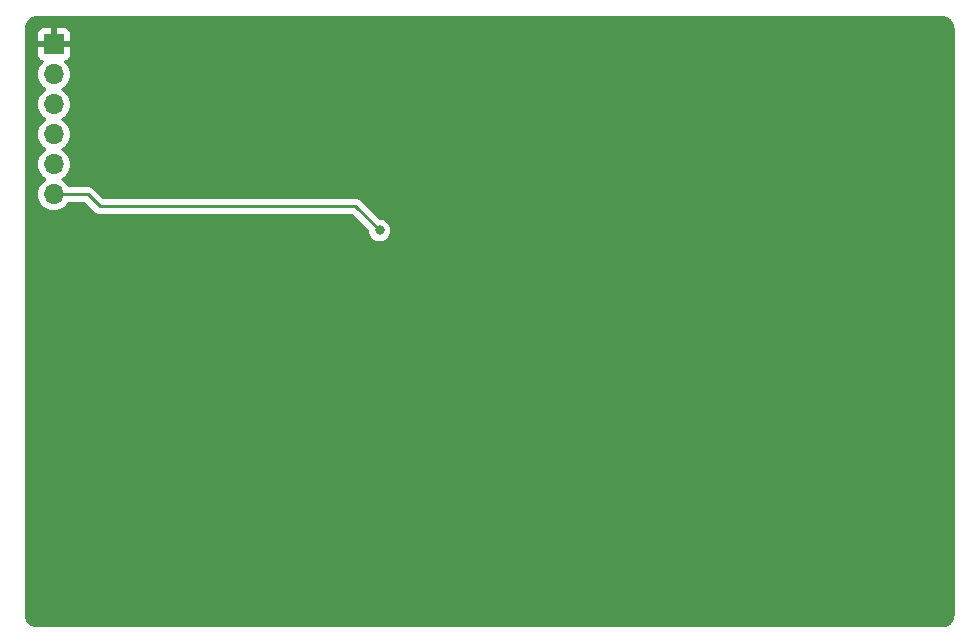
<source format=gbl>
%TF.GenerationSoftware,KiCad,Pcbnew,7.0.5*%
%TF.CreationDate,2025-04-23T02:04:11+08:00*%
%TF.ProjectId,touch-test-board,746f7563-682d-4746-9573-742d626f6172,rev?*%
%TF.SameCoordinates,Original*%
%TF.FileFunction,Copper,L2,Bot*%
%TF.FilePolarity,Positive*%
%FSLAX46Y46*%
G04 Gerber Fmt 4.6, Leading zero omitted, Abs format (unit mm)*
G04 Created by KiCad (PCBNEW 7.0.5) date 2025-04-23 02:04:11*
%MOMM*%
%LPD*%
G01*
G04 APERTURE LIST*
%TA.AperFunction,ComponentPad*%
%ADD10R,1.700000X1.700000*%
%TD*%
%TA.AperFunction,ComponentPad*%
%ADD11O,1.700000X1.700000*%
%TD*%
%TA.AperFunction,ViaPad*%
%ADD12C,0.800000*%
%TD*%
%TA.AperFunction,Conductor*%
%ADD13C,0.250000*%
%TD*%
G04 APERTURE END LIST*
D10*
%TO.P,J3,1,Pin_1*%
%TO.N,GND*%
X105918000Y-75413000D03*
D11*
%TO.P,J3,2,Pin_2*%
%TO.N,/SDA*%
X105918000Y-77953000D03*
%TO.P,J3,3,Pin_3*%
%TO.N,/SCL*%
X105918000Y-80493000D03*
%TO.P,J3,4,Pin_4*%
%TO.N,/HI_N*%
X105918000Y-83033000D03*
%TO.P,J3,5,Pin_5*%
%TO.N,/RST_N*%
X105918000Y-85573000D03*
%TO.P,J3,6,Pin_6*%
%TO.N,VDD*%
X105918000Y-88113000D03*
%TD*%
D12*
%TO.N,GND*%
X133480037Y-93193000D03*
X137544037Y-88113000D03*
%TO.N,VDD*%
X133491769Y-91172732D03*
%TD*%
D13*
%TO.N,VDD*%
X108770000Y-88113000D02*
X109786000Y-89129000D01*
X131448037Y-89129000D02*
X133491769Y-91172732D01*
X105918000Y-88113000D02*
X108770000Y-88113000D01*
X109786000Y-89129000D02*
X131448037Y-89129000D01*
%TD*%
%TA.AperFunction,Conductor*%
%TO.N,GND*%
G36*
X181170343Y-73027736D02*
G01*
X181173901Y-73028047D01*
X181214164Y-73031571D01*
X181339141Y-73043856D01*
X181359076Y-73047482D01*
X181426481Y-73065546D01*
X181428258Y-73066053D01*
X181518896Y-73093552D01*
X181535293Y-73099826D01*
X181603810Y-73131779D01*
X181606815Y-73133281D01*
X181689635Y-73177553D01*
X181695962Y-73181441D01*
X181762966Y-73228360D01*
X181766738Y-73231222D01*
X181838088Y-73289780D01*
X181842598Y-73293869D01*
X181900763Y-73352037D01*
X181904851Y-73356547D01*
X181963410Y-73427904D01*
X181966271Y-73431676D01*
X182013181Y-73498672D01*
X182017077Y-73505014D01*
X182061324Y-73587800D01*
X182062836Y-73590824D01*
X182094788Y-73659347D01*
X182101066Y-73675754D01*
X182128527Y-73766283D01*
X182129085Y-73768235D01*
X182147132Y-73835593D01*
X182150760Y-73855532D01*
X182162739Y-73977170D01*
X182166912Y-74024851D01*
X182167148Y-74030259D01*
X182167148Y-123755873D01*
X182166913Y-123761254D01*
X182164973Y-123783465D01*
X182163316Y-123802426D01*
X182150640Y-123930782D01*
X182147018Y-123950676D01*
X182130121Y-124013761D01*
X182129564Y-124015713D01*
X182100779Y-124110635D01*
X182094502Y-124127045D01*
X182063865Y-124192761D01*
X182062352Y-124195787D01*
X182016569Y-124281455D01*
X182012674Y-124287796D01*
X181967269Y-124352650D01*
X181964407Y-124356422D01*
X181904044Y-124429983D01*
X181899955Y-124434495D01*
X181843544Y-124490911D01*
X181839032Y-124495001D01*
X181765485Y-124555360D01*
X181761714Y-124558221D01*
X181696864Y-124603633D01*
X181690522Y-124607529D01*
X181604843Y-124653325D01*
X181601818Y-124654838D01*
X181536116Y-124685474D01*
X181519705Y-124691753D01*
X181424791Y-124720544D01*
X181422840Y-124721101D01*
X181359797Y-124737992D01*
X181339854Y-124741620D01*
X181330452Y-124742546D01*
X181206433Y-124754754D01*
X181180323Y-124757038D01*
X181171175Y-124757838D01*
X181165783Y-124758074D01*
X104452317Y-124758074D01*
X104446916Y-124757838D01*
X104429946Y-124756353D01*
X104403868Y-124754072D01*
X104277939Y-124741680D01*
X104257988Y-124738051D01*
X104191807Y-124720317D01*
X104189857Y-124719760D01*
X104098143Y-124691940D01*
X104081733Y-124685661D01*
X104045743Y-124668879D01*
X104013971Y-124654063D01*
X104010969Y-124652562D01*
X103927383Y-124607884D01*
X103921042Y-124603989D01*
X103888696Y-124581340D01*
X103854619Y-124557479D01*
X103850851Y-124554620D01*
X103778910Y-124495579D01*
X103774403Y-124491495D01*
X103716694Y-124433785D01*
X103712618Y-124429287D01*
X103686751Y-124397767D01*
X103653571Y-124357335D01*
X103650710Y-124353564D01*
X103604201Y-124287142D01*
X103600305Y-124280800D01*
X103555632Y-124197219D01*
X103554120Y-124194195D01*
X103548909Y-124183020D01*
X103522525Y-124126437D01*
X103516259Y-124110060D01*
X103488430Y-124018316D01*
X103487882Y-124016395D01*
X103470142Y-123950183D01*
X103466514Y-123930242D01*
X103454223Y-123805425D01*
X103450346Y-123761099D01*
X103450111Y-123755699D01*
X103450111Y-88113000D01*
X104562341Y-88113000D01*
X104582936Y-88348403D01*
X104582938Y-88348413D01*
X104644094Y-88576655D01*
X104644096Y-88576659D01*
X104644097Y-88576663D01*
X104714258Y-88727123D01*
X104743965Y-88790830D01*
X104743967Y-88790834D01*
X104852281Y-88945521D01*
X104879505Y-88984401D01*
X105046599Y-89151495D01*
X105143384Y-89219264D01*
X105240165Y-89287032D01*
X105240167Y-89287033D01*
X105240170Y-89287035D01*
X105454337Y-89386903D01*
X105682592Y-89448063D01*
X105870918Y-89464539D01*
X105917999Y-89468659D01*
X105918000Y-89468659D01*
X105918001Y-89468659D01*
X105957234Y-89465226D01*
X106153408Y-89448063D01*
X106381663Y-89386903D01*
X106595830Y-89287035D01*
X106789401Y-89151495D01*
X106956495Y-88984401D01*
X107091651Y-88791377D01*
X107146229Y-88747752D01*
X107193227Y-88738500D01*
X108459548Y-88738500D01*
X108526587Y-88758185D01*
X108547229Y-88774819D01*
X109285197Y-89512788D01*
X109295022Y-89525051D01*
X109295243Y-89524869D01*
X109300211Y-89530874D01*
X109349932Y-89577566D01*
X109351332Y-89578923D01*
X109371523Y-89599115D01*
X109371527Y-89599118D01*
X109371529Y-89599120D01*
X109377011Y-89603373D01*
X109381443Y-89607157D01*
X109415418Y-89639062D01*
X109432976Y-89648714D01*
X109449233Y-89659393D01*
X109465064Y-89671673D01*
X109484737Y-89680186D01*
X109507833Y-89690182D01*
X109513077Y-89692750D01*
X109553908Y-89715197D01*
X109566523Y-89718435D01*
X109573305Y-89720177D01*
X109591719Y-89726481D01*
X109610104Y-89734438D01*
X109656157Y-89741732D01*
X109661826Y-89742906D01*
X109706981Y-89754500D01*
X109727016Y-89754500D01*
X109746413Y-89756026D01*
X109766196Y-89759160D01*
X109812583Y-89754775D01*
X109818422Y-89754500D01*
X131137585Y-89754500D01*
X131204624Y-89774185D01*
X131225266Y-89790819D01*
X132552807Y-91118360D01*
X132586292Y-91179683D01*
X132588447Y-91193079D01*
X132595908Y-91264070D01*
X132606095Y-91360988D01*
X132606096Y-91360991D01*
X132664587Y-91541009D01*
X132664590Y-91541016D01*
X132759236Y-91704948D01*
X132885898Y-91845620D01*
X133039034Y-91956880D01*
X133039039Y-91956883D01*
X133211961Y-92033874D01*
X133211966Y-92033876D01*
X133397123Y-92073232D01*
X133397124Y-92073232D01*
X133586413Y-92073232D01*
X133586415Y-92073232D01*
X133771572Y-92033876D01*
X133944499Y-91956883D01*
X134097640Y-91845620D01*
X134224302Y-91704948D01*
X134318948Y-91541016D01*
X134377443Y-91360988D01*
X134397229Y-91172732D01*
X134377443Y-90984476D01*
X134318948Y-90804448D01*
X134224302Y-90640516D01*
X134097640Y-90499844D01*
X134097639Y-90499843D01*
X133944503Y-90388583D01*
X133944498Y-90388580D01*
X133771576Y-90311589D01*
X133771571Y-90311587D01*
X133625770Y-90280597D01*
X133586415Y-90272232D01*
X133586414Y-90272232D01*
X133527222Y-90272232D01*
X133460183Y-90252547D01*
X133439541Y-90235913D01*
X131948840Y-88745212D01*
X131939017Y-88732950D01*
X131938796Y-88733134D01*
X131933823Y-88727122D01*
X131884103Y-88680432D01*
X131882703Y-88679075D01*
X131862513Y-88658884D01*
X131857023Y-88654625D01*
X131852598Y-88650847D01*
X131818619Y-88618938D01*
X131818617Y-88618936D01*
X131818614Y-88618935D01*
X131801066Y-88609288D01*
X131784800Y-88598604D01*
X131768970Y-88586325D01*
X131726205Y-88567818D01*
X131720959Y-88565248D01*
X131680130Y-88542803D01*
X131680129Y-88542802D01*
X131660730Y-88537822D01*
X131642318Y-88531518D01*
X131623935Y-88523562D01*
X131623929Y-88523560D01*
X131577911Y-88516272D01*
X131572189Y-88515087D01*
X131527058Y-88503500D01*
X131527056Y-88503500D01*
X131507021Y-88503500D01*
X131487623Y-88501973D01*
X131480199Y-88500797D01*
X131467842Y-88498840D01*
X131467841Y-88498840D01*
X131421453Y-88503225D01*
X131415615Y-88503500D01*
X110096452Y-88503500D01*
X110029413Y-88483815D01*
X110008771Y-88467181D01*
X109270803Y-87729212D01*
X109260980Y-87716950D01*
X109260759Y-87717134D01*
X109255786Y-87711122D01*
X109206066Y-87664432D01*
X109204666Y-87663075D01*
X109184476Y-87642884D01*
X109178986Y-87638625D01*
X109174561Y-87634847D01*
X109140582Y-87602938D01*
X109140580Y-87602936D01*
X109140577Y-87602935D01*
X109123029Y-87593288D01*
X109106763Y-87582604D01*
X109090933Y-87570325D01*
X109048168Y-87551818D01*
X109042922Y-87549248D01*
X109002093Y-87526803D01*
X109002092Y-87526802D01*
X108982693Y-87521822D01*
X108964281Y-87515518D01*
X108945898Y-87507562D01*
X108945892Y-87507560D01*
X108899874Y-87500272D01*
X108894152Y-87499087D01*
X108849021Y-87487500D01*
X108849019Y-87487500D01*
X108828984Y-87487500D01*
X108809586Y-87485973D01*
X108802162Y-87484797D01*
X108789805Y-87482840D01*
X108789804Y-87482840D01*
X108743416Y-87487225D01*
X108737578Y-87487500D01*
X107193227Y-87487500D01*
X107126188Y-87467815D01*
X107091652Y-87434623D01*
X106956494Y-87241597D01*
X106789402Y-87074506D01*
X106789396Y-87074501D01*
X106603842Y-86944575D01*
X106560217Y-86889998D01*
X106553023Y-86820500D01*
X106584546Y-86758145D01*
X106603842Y-86741425D01*
X106626026Y-86725891D01*
X106789401Y-86611495D01*
X106956495Y-86444401D01*
X107092035Y-86250830D01*
X107191903Y-86036663D01*
X107253063Y-85808408D01*
X107273659Y-85573000D01*
X107253063Y-85337592D01*
X107191903Y-85109337D01*
X107092035Y-84895171D01*
X106956495Y-84701599D01*
X106956494Y-84701597D01*
X106789402Y-84534506D01*
X106789396Y-84534501D01*
X106603842Y-84404575D01*
X106560217Y-84349998D01*
X106553023Y-84280500D01*
X106584546Y-84218145D01*
X106603842Y-84201425D01*
X106626026Y-84185891D01*
X106789401Y-84071495D01*
X106956495Y-83904401D01*
X107092035Y-83710830D01*
X107191903Y-83496663D01*
X107253063Y-83268408D01*
X107273659Y-83033000D01*
X107253063Y-82797592D01*
X107191903Y-82569337D01*
X107092035Y-82355171D01*
X106956495Y-82161599D01*
X106956494Y-82161597D01*
X106789402Y-81994506D01*
X106789396Y-81994501D01*
X106603842Y-81864575D01*
X106560217Y-81809998D01*
X106553023Y-81740500D01*
X106584546Y-81678145D01*
X106603842Y-81661425D01*
X106626026Y-81645891D01*
X106789401Y-81531495D01*
X106956495Y-81364401D01*
X107092035Y-81170830D01*
X107191903Y-80956663D01*
X107253063Y-80728408D01*
X107273659Y-80493000D01*
X107253063Y-80257592D01*
X107191903Y-80029337D01*
X107092035Y-79815171D01*
X106956495Y-79621599D01*
X106956494Y-79621597D01*
X106789402Y-79454506D01*
X106789396Y-79454501D01*
X106603842Y-79324575D01*
X106560217Y-79269998D01*
X106553023Y-79200500D01*
X106584546Y-79138145D01*
X106603842Y-79121425D01*
X106626026Y-79105891D01*
X106789401Y-78991495D01*
X106956495Y-78824401D01*
X107092035Y-78630830D01*
X107191903Y-78416663D01*
X107253063Y-78188408D01*
X107273659Y-77953000D01*
X107253063Y-77717592D01*
X107191903Y-77489337D01*
X107092035Y-77275171D01*
X106956495Y-77081599D01*
X106834179Y-76959283D01*
X106800696Y-76897963D01*
X106805680Y-76828271D01*
X106847551Y-76772337D01*
X106878529Y-76755422D01*
X107010086Y-76706354D01*
X107010093Y-76706350D01*
X107125187Y-76620190D01*
X107125190Y-76620187D01*
X107211350Y-76505093D01*
X107211354Y-76505086D01*
X107261596Y-76370379D01*
X107261598Y-76370372D01*
X107267999Y-76310844D01*
X107268000Y-76310827D01*
X107268000Y-75663000D01*
X106351686Y-75663000D01*
X106377493Y-75622844D01*
X106418000Y-75484889D01*
X106418000Y-75341111D01*
X106377493Y-75203156D01*
X106351686Y-75163000D01*
X107268000Y-75163000D01*
X107268000Y-74515172D01*
X107267999Y-74515155D01*
X107261598Y-74455627D01*
X107261596Y-74455620D01*
X107211354Y-74320913D01*
X107211350Y-74320906D01*
X107125190Y-74205812D01*
X107125187Y-74205809D01*
X107010093Y-74119649D01*
X107010086Y-74119645D01*
X106875379Y-74069403D01*
X106875372Y-74069401D01*
X106815844Y-74063000D01*
X106168000Y-74063000D01*
X106168000Y-74977498D01*
X106060315Y-74928320D01*
X105953763Y-74913000D01*
X105882237Y-74913000D01*
X105775685Y-74928320D01*
X105667999Y-74977498D01*
X105668000Y-74063000D01*
X105020155Y-74063000D01*
X104960627Y-74069401D01*
X104960620Y-74069403D01*
X104825913Y-74119645D01*
X104825906Y-74119649D01*
X104710812Y-74205809D01*
X104710809Y-74205812D01*
X104624649Y-74320906D01*
X104624645Y-74320913D01*
X104574403Y-74455620D01*
X104574401Y-74455627D01*
X104568000Y-74515155D01*
X104568000Y-74515172D01*
X104567999Y-75162999D01*
X104568000Y-75163000D01*
X105484314Y-75163000D01*
X105458507Y-75203156D01*
X105418000Y-75341111D01*
X105418000Y-75484889D01*
X105458507Y-75622844D01*
X105484314Y-75663000D01*
X104568000Y-75663000D01*
X104568000Y-76310844D01*
X104574401Y-76370372D01*
X104574403Y-76370379D01*
X104624645Y-76505086D01*
X104624649Y-76505093D01*
X104710809Y-76620187D01*
X104710812Y-76620190D01*
X104825906Y-76706350D01*
X104825913Y-76706354D01*
X104957470Y-76755421D01*
X105013403Y-76797292D01*
X105037821Y-76862756D01*
X105022970Y-76931029D01*
X105001819Y-76959284D01*
X104879503Y-77081600D01*
X104743965Y-77275169D01*
X104743964Y-77275171D01*
X104644098Y-77489335D01*
X104644094Y-77489344D01*
X104582938Y-77717586D01*
X104582936Y-77717596D01*
X104562341Y-77952999D01*
X104562341Y-77953000D01*
X104582936Y-78188403D01*
X104582938Y-78188413D01*
X104644094Y-78416655D01*
X104644096Y-78416659D01*
X104644097Y-78416663D01*
X104743965Y-78630829D01*
X104743965Y-78630830D01*
X104743967Y-78630834D01*
X104879501Y-78824395D01*
X104879506Y-78824402D01*
X105046597Y-78991493D01*
X105046603Y-78991498D01*
X105232158Y-79121425D01*
X105275783Y-79176002D01*
X105282977Y-79245500D01*
X105251454Y-79307855D01*
X105232158Y-79324575D01*
X105046597Y-79454505D01*
X104879505Y-79621597D01*
X104743965Y-79815169D01*
X104743964Y-79815171D01*
X104644098Y-80029335D01*
X104644094Y-80029344D01*
X104582938Y-80257586D01*
X104582936Y-80257596D01*
X104562341Y-80492999D01*
X104562341Y-80493000D01*
X104582936Y-80728403D01*
X104582938Y-80728413D01*
X104644094Y-80956655D01*
X104644096Y-80956659D01*
X104644097Y-80956663D01*
X104743964Y-81170830D01*
X104743965Y-81170830D01*
X104743967Y-81170834D01*
X104879501Y-81364395D01*
X104879506Y-81364402D01*
X105046597Y-81531493D01*
X105046603Y-81531498D01*
X105232158Y-81661425D01*
X105275783Y-81716002D01*
X105282977Y-81785500D01*
X105251454Y-81847855D01*
X105232158Y-81864575D01*
X105046597Y-81994505D01*
X104879505Y-82161597D01*
X104743965Y-82355169D01*
X104743964Y-82355171D01*
X104644098Y-82569335D01*
X104644094Y-82569344D01*
X104582938Y-82797586D01*
X104582936Y-82797596D01*
X104562341Y-83032999D01*
X104562341Y-83033000D01*
X104582936Y-83268403D01*
X104582938Y-83268413D01*
X104644094Y-83496655D01*
X104644096Y-83496659D01*
X104644097Y-83496663D01*
X104743965Y-83710829D01*
X104743965Y-83710830D01*
X104743967Y-83710834D01*
X104879501Y-83904395D01*
X104879506Y-83904402D01*
X105046597Y-84071493D01*
X105046603Y-84071498D01*
X105232158Y-84201425D01*
X105275783Y-84256002D01*
X105282977Y-84325500D01*
X105251454Y-84387855D01*
X105232158Y-84404575D01*
X105046597Y-84534505D01*
X104879505Y-84701597D01*
X104743965Y-84895169D01*
X104743964Y-84895171D01*
X104644098Y-85109335D01*
X104644094Y-85109344D01*
X104582938Y-85337586D01*
X104582936Y-85337596D01*
X104562341Y-85572999D01*
X104562341Y-85573000D01*
X104582936Y-85808403D01*
X104582938Y-85808413D01*
X104644094Y-86036655D01*
X104644096Y-86036659D01*
X104644097Y-86036663D01*
X104743964Y-86250829D01*
X104743965Y-86250830D01*
X104743967Y-86250834D01*
X104879501Y-86444395D01*
X104879506Y-86444402D01*
X105046597Y-86611493D01*
X105046603Y-86611498D01*
X105232158Y-86741425D01*
X105275783Y-86796002D01*
X105282977Y-86865500D01*
X105251454Y-86927855D01*
X105232158Y-86944575D01*
X105046597Y-87074505D01*
X104879505Y-87241597D01*
X104743965Y-87435169D01*
X104743964Y-87435171D01*
X104644098Y-87649335D01*
X104644094Y-87649344D01*
X104582938Y-87877586D01*
X104582936Y-87877596D01*
X104562341Y-88112999D01*
X104562341Y-88113000D01*
X103450111Y-88113000D01*
X103450111Y-74029704D01*
X103450347Y-74024298D01*
X103454115Y-73981228D01*
X103466513Y-73855285D01*
X103470136Y-73835373D01*
X103487857Y-73769237D01*
X103488354Y-73767497D01*
X103516266Y-73675485D01*
X103522526Y-73659120D01*
X103554097Y-73591418D01*
X103555573Y-73588466D01*
X103600338Y-73504717D01*
X103604201Y-73498428D01*
X103650682Y-73432047D01*
X103653531Y-73428294D01*
X103659189Y-73421398D01*
X103712659Y-73356245D01*
X103716709Y-73351778D01*
X103774398Y-73294090D01*
X103778856Y-73290050D01*
X103850919Y-73230910D01*
X103854654Y-73228077D01*
X103921023Y-73181605D01*
X103927338Y-73177726D01*
X104011091Y-73132959D01*
X104013985Y-73131512D01*
X104081722Y-73099927D01*
X104098111Y-73093656D01*
X104190014Y-73065779D01*
X104191877Y-73065247D01*
X104257991Y-73047532D01*
X104277897Y-73043910D01*
X104403134Y-73031576D01*
X104447038Y-73027736D01*
X104452442Y-73027500D01*
X181164935Y-73027500D01*
X181170343Y-73027736D01*
G37*
%TD.AperFunction*%
%TD*%
M02*

</source>
